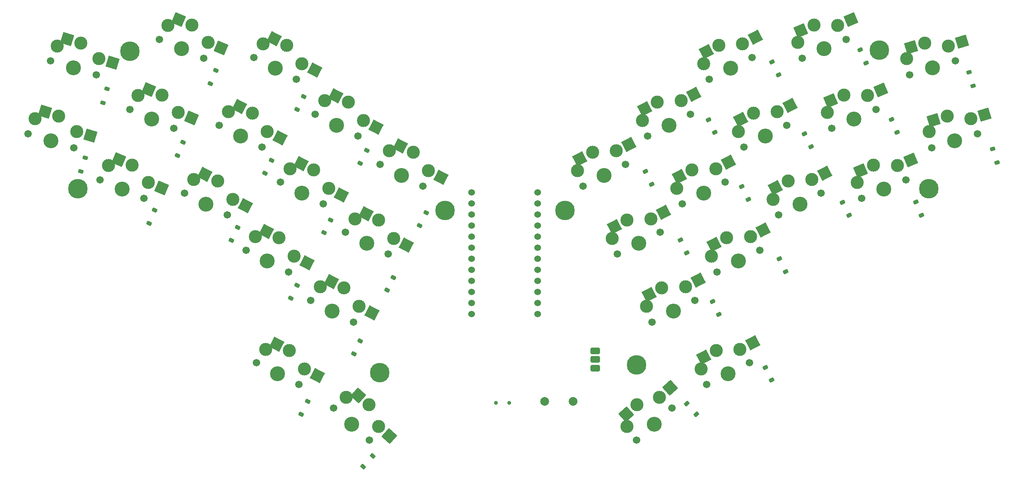
<source format=gbr>
%TF.GenerationSoftware,KiCad,Pcbnew,7.0.2*%
%TF.CreationDate,2023-05-29T21:35:39+02:00*%
%TF.ProjectId,Bolbol,426f6c62-6f6c-42e6-9b69-6361645f7063,rev?*%
%TF.SameCoordinates,Original*%
%TF.FileFunction,Soldermask,Bot*%
%TF.FilePolarity,Negative*%
%FSLAX46Y46*%
G04 Gerber Fmt 4.6, Leading zero omitted, Abs format (unit mm)*
G04 Created by KiCad (PCBNEW 7.0.2) date 2023-05-29 21:35:39*
%MOMM*%
%LPD*%
G01*
G04 APERTURE LIST*
G04 Aperture macros list*
%AMRoundRect*
0 Rectangle with rounded corners*
0 $1 Rounding radius*
0 $2 $3 $4 $5 $6 $7 $8 $9 X,Y pos of 4 corners*
0 Add a 4 corners polygon primitive as box body*
4,1,4,$2,$3,$4,$5,$6,$7,$8,$9,$2,$3,0*
0 Add four circle primitives for the rounded corners*
1,1,$1+$1,$2,$3*
1,1,$1+$1,$4,$5*
1,1,$1+$1,$6,$7*
1,1,$1+$1,$8,$9*
0 Add four rect primitives between the rounded corners*
20,1,$1+$1,$2,$3,$4,$5,0*
20,1,$1+$1,$4,$5,$6,$7,0*
20,1,$1+$1,$6,$7,$8,$9,0*
20,1,$1+$1,$8,$9,$2,$3,0*%
%AMRotRect*
0 Rectangle, with rotation*
0 The origin of the aperture is its center*
0 $1 length*
0 $2 width*
0 $3 Rotation angle, in degrees counterclockwise*
0 Add horizontal line*
21,1,$1,$2,0,0,$3*%
G04 Aperture macros list end*
%ADD10C,1.701800*%
%ADD11C,3.000000*%
%ADD12C,3.429000*%
%ADD13RotRect,2.600000X2.600000X333.000000*%
%ADD14C,4.500000*%
%ADD15RotRect,2.600000X2.600000X318.000000*%
%ADD16RotRect,2.600000X2.600000X23.000000*%
%ADD17RotRect,2.600000X2.600000X337.000000*%
%ADD18C,2.000000*%
%ADD19RotRect,2.600000X2.600000X17.000000*%
%ADD20RotRect,2.600000X2.600000X27.000000*%
%ADD21RotRect,2.600000X2.600000X42.000000*%
%ADD22RotRect,2.600000X2.600000X343.000000*%
%ADD23C,0.900000*%
%ADD24C,1.524000*%
%ADD25RoundRect,0.375000X0.750000X-0.375000X0.750000X0.375000X-0.750000X0.375000X-0.750000X-0.375000X0*%
%ADD26RoundRect,0.225000X0.257275X-0.353638X0.433104X0.060589X-0.257275X0.353638X-0.433104X-0.060589X0*%
%ADD27RoundRect,0.225000X0.231980X-0.370723X0.436275X0.030230X-0.231980X0.370723X-0.436275X-0.030230X0*%
%ADD28RoundRect,0.225000X0.292831X-0.324808X0.424398X0.105529X-0.292831X0.324808X-0.424398X-0.105529X0*%
%ADD29RoundRect,0.225000X0.436275X-0.030230X0.231980X0.370723X-0.436275X0.030230X-0.231980X-0.370723X0*%
%ADD30RoundRect,0.225000X0.424398X-0.105529X0.292831X0.324808X-0.424398X0.105529X-0.292831X-0.324808X0*%
%ADD31RoundRect,0.225000X0.433104X-0.060589X0.257275X0.353638X-0.433104X0.060589X-0.257275X-0.353638X0*%
%ADD32RoundRect,0.225000X0.429234X0.083716X0.128125X0.418132X-0.429234X-0.083716X-0.128125X-0.418132X0*%
%ADD33RoundRect,0.225000X0.128125X-0.418132X0.429234X-0.083716X-0.128125X0.418132X-0.429234X0.083716X0*%
G04 APERTURE END LIST*
D10*
%TO.C,SW9*%
X100238946Y-70088028D03*
D11*
X102386913Y-66973750D03*
X107840725Y-67283487D03*
D12*
X105139482Y-72584976D03*
D11*
X111296979Y-71513655D03*
D10*
X110040018Y-75081924D03*
D13*
X104922678Y-65796668D03*
X114215025Y-73000474D03*
%TD*%
D10*
%TO.C,SW35*%
X107188766Y-97197991D03*
D11*
X109336733Y-94083713D03*
X114790545Y-94393450D03*
D12*
X112089302Y-99694939D03*
D11*
X118246799Y-98623618D03*
D10*
X116989838Y-102191887D03*
D13*
X111872498Y-92906631D03*
X121164845Y-100110437D03*
%TD*%
D14*
%TO.C,H2*%
X122975646Y-113789862D03*
%TD*%
D10*
%TO.C,SW19*%
X112422531Y-121976233D03*
D11*
X115303343Y-119524006D03*
X120491155Y-121234739D03*
D12*
X116509828Y-125656451D03*
D11*
X122734791Y-126215312D03*
D10*
X120597125Y-129336669D03*
D15*
X118057355Y-119043336D03*
X125168591Y-128406714D03*
%TD*%
D10*
%TO.C,SW8*%
X108183779Y-54495415D03*
D11*
X110331746Y-51381137D03*
X115785558Y-51690874D03*
D12*
X113084315Y-56992363D03*
D11*
X119241812Y-55921042D03*
D10*
X117984851Y-59489311D03*
D13*
X112867511Y-50204055D03*
X122159858Y-57407861D03*
%TD*%
D10*
%TO.C,SW5*%
X94083607Y-41418805D03*
D11*
X96231574Y-38304527D03*
X101685386Y-38614264D03*
D12*
X98984143Y-43915753D03*
D11*
X105141640Y-42844432D03*
D10*
X103884679Y-46412701D03*
D13*
X98767339Y-37127445D03*
X108059686Y-44331251D03*
%TD*%
D14*
%TO.C,H2*%
X65673246Y-40002862D03*
%TD*%
D10*
%TO.C,SW29*%
X219889912Y-41595028D03*
D11*
X218884923Y-37947770D03*
X222627839Y-33969003D03*
D12*
X224952689Y-39446007D03*
D11*
X228089972Y-34040459D03*
D10*
X230015466Y-37296986D03*
D16*
X219613184Y-35248648D03*
X231104625Y-32760815D03*
%TD*%
D10*
%TO.C,SW13*%
X115133601Y-81605377D03*
D11*
X117281568Y-78491099D03*
X122735380Y-78800836D03*
D12*
X120034137Y-84102325D03*
D11*
X126191634Y-83031004D03*
D10*
X124934673Y-86599273D03*
D13*
X119817333Y-77314017D03*
X129109680Y-84517823D03*
%TD*%
D10*
%TO.C,SW12*%
X123078434Y-66012761D03*
D11*
X125226401Y-62898483D03*
X130680213Y-63208220D03*
D12*
X127978970Y-68509709D03*
D11*
X134136467Y-67438388D03*
D10*
X132879506Y-71006657D03*
D13*
X127762166Y-61721401D03*
X137054513Y-68925207D03*
%TD*%
D10*
%TO.C,SW6*%
X86138776Y-57011419D03*
D11*
X88286743Y-53897141D03*
X93740555Y-54206878D03*
D12*
X91039312Y-59508367D03*
D11*
X97196809Y-58437046D03*
D10*
X95939848Y-62005315D03*
D13*
X90822508Y-52720059D03*
X100114855Y-59923865D03*
%TD*%
D14*
%TO.C,H2*%
X248959646Y-71600462D03*
%TD*%
D10*
%TO.C,SW2*%
X72462425Y-37296988D03*
D11*
X74387919Y-34040461D03*
X79850052Y-33969005D03*
D12*
X77525202Y-39446009D03*
D11*
X83592968Y-37947772D03*
D10*
X82587979Y-41595030D03*
D17*
X76835398Y-32689360D03*
X86607621Y-39227417D03*
%TD*%
D18*
%TO.C,SW33*%
X160829868Y-120474480D03*
X167329868Y-120474480D03*
%TD*%
D10*
%TO.C,SW28*%
X249649817Y-62177004D03*
D11*
X249031576Y-58444677D03*
X253169881Y-54878947D03*
D12*
X254909493Y-60568960D03*
D11*
X258594623Y-55520960D03*
D10*
X260169169Y-58960916D03*
D19*
X250037982Y-55836464D03*
X261726521Y-54563442D03*
%TD*%
D10*
%TO.C,SW36*%
X185488053Y-102191887D03*
D11*
X184231092Y-98623618D03*
X187687346Y-94393450D03*
D12*
X190388589Y-99694939D03*
D11*
X193141158Y-94083713D03*
D10*
X195289125Y-97197991D03*
D20*
X184769298Y-95880270D03*
X196059204Y-92596894D03*
%TD*%
D10*
%TO.C,SW24*%
X198007782Y-116575802D03*
D11*
X196750821Y-113007533D03*
X200207075Y-108777365D03*
D12*
X202908318Y-114078854D03*
D11*
X205660887Y-108467628D03*
D10*
X207808854Y-111581906D03*
D20*
X197289027Y-110264185D03*
X208578933Y-106980809D03*
%TD*%
D10*
%TO.C,SW4*%
X58786838Y-69514658D03*
D11*
X60712332Y-66258131D03*
X66174465Y-66186675D03*
D12*
X63849615Y-71663679D03*
D11*
X69917381Y-70165442D03*
D10*
X68912392Y-73812700D03*
D17*
X63159811Y-64907030D03*
X72932034Y-71445087D03*
%TD*%
D10*
%TO.C,SW20*%
X181880766Y-129336668D03*
D11*
X179743100Y-126215311D03*
X181986736Y-121234738D03*
D12*
X185968063Y-125656450D03*
D11*
X187174548Y-119524005D03*
D10*
X190055360Y-121976232D03*
D21*
X179552936Y-123426142D03*
X189608347Y-117332602D03*
%TD*%
D10*
%TO.C,SW11*%
X47425226Y-42225581D03*
D11*
X48999772Y-38785625D03*
X54424514Y-38143612D03*
D12*
X52684902Y-43833625D03*
D11*
X58562819Y-41709342D03*
D10*
X57944578Y-45441669D03*
D22*
X51292615Y-37186094D03*
X61694717Y-42666859D03*
%TD*%
D10*
%TO.C,SW25*%
X198593211Y-46412702D03*
D11*
X197336250Y-42844433D03*
X200792504Y-38614265D03*
D12*
X203493747Y-43915754D03*
D11*
X206246316Y-38304528D03*
D10*
X208394283Y-41418806D03*
D20*
X197874456Y-40101085D03*
X209164362Y-36817709D03*
%TD*%
D23*
%TO.C,SW34*%
X149695046Y-120731462D03*
X152695046Y-120731462D03*
%TD*%
D10*
%TO.C,SW23*%
X200382708Y-90674540D03*
D11*
X199125747Y-87106271D03*
X202582001Y-82876103D03*
D12*
X205283244Y-88177592D03*
D11*
X208035813Y-82566366D03*
D10*
X210183780Y-85680644D03*
D20*
X199663953Y-84362923D03*
X210953859Y-81079547D03*
%TD*%
D14*
%TO.C,H2*%
X53709846Y-71549662D03*
%TD*%
D10*
%TO.C,SW3*%
X65624631Y-53405822D03*
D11*
X67550125Y-50149295D03*
X73012258Y-50077839D03*
D12*
X70687408Y-55554843D03*
D11*
X76755174Y-54056606D03*
D10*
X75750185Y-57703864D03*
D17*
X69997604Y-48798194D03*
X79769827Y-55336251D03*
%TD*%
D10*
%TO.C,SW30*%
X226727705Y-57703865D03*
D11*
X225722716Y-54056607D03*
X229465632Y-50077840D03*
D12*
X231790482Y-55554844D03*
D11*
X234927765Y-50149296D03*
D10*
X236853259Y-53405823D03*
D16*
X226450977Y-51357485D03*
X237942418Y-48869652D03*
%TD*%
D10*
%TO.C,SW27*%
X214482877Y-77597931D03*
D11*
X213225916Y-74029662D03*
X216682170Y-69799494D03*
D12*
X219383413Y-75100983D03*
D11*
X222135982Y-69489757D03*
D10*
X224283949Y-72604035D03*
D20*
X213764122Y-71286314D03*
X225054028Y-68002938D03*
%TD*%
D10*
%TO.C,SW14*%
X42308723Y-58960915D03*
D11*
X43883269Y-55520959D03*
X49308011Y-54878946D03*
D12*
X47568399Y-60568959D03*
D11*
X53446316Y-58444676D03*
D10*
X52828075Y-62177003D03*
D22*
X46176112Y-53921428D03*
X56578214Y-59402193D03*
%TD*%
D24*
%TO.C,U1*%
X159245269Y-72468479D03*
X159245269Y-75008479D03*
X159245269Y-77548479D03*
X159245269Y-80088479D03*
X159245269Y-82628479D03*
X159245269Y-85168479D03*
X159245269Y-87708479D03*
X159245269Y-90248479D03*
X159245269Y-92788479D03*
X159245269Y-95328479D03*
X159245269Y-97868479D03*
X159245269Y-100408479D03*
X144025269Y-100408479D03*
X144025269Y-97868479D03*
X144025269Y-95328479D03*
X144025269Y-92788479D03*
X144025269Y-90248479D03*
X144025269Y-87708479D03*
X144025269Y-85168479D03*
X144025269Y-82628479D03*
X144025269Y-80088479D03*
X144025269Y-77548479D03*
X144025269Y-75008479D03*
X144025269Y-72468479D03*
%TD*%
D10*
%TO.C,SW15*%
X94669036Y-111581903D03*
D11*
X96817003Y-108467625D03*
X102270815Y-108777362D03*
D12*
X99569572Y-114078851D03*
D11*
X105727069Y-113007530D03*
D10*
X104470108Y-116575799D03*
D13*
X99352768Y-107290543D03*
X108645115Y-114494349D03*
%TD*%
D14*
%TO.C,H2*%
X181929046Y-112088062D03*
%TD*%
D10*
%TO.C,SW26*%
X206538042Y-62005315D03*
D11*
X205281081Y-58437046D03*
X208737335Y-54206878D03*
D12*
X211438578Y-59508367D03*
D11*
X214191147Y-53897141D03*
D10*
X216339114Y-57011419D03*
D20*
X205819287Y-55693698D03*
X217109193Y-52410322D03*
%TD*%
D14*
%TO.C,*%
X165520646Y-76553462D03*
%TD*%
%TO.C,*%
X137987046Y-76553462D03*
%TD*%
D10*
%TO.C,SW32*%
X244533311Y-45441668D03*
D11*
X243915070Y-41709341D03*
X248053375Y-38143611D03*
D12*
X249792987Y-43833624D03*
D11*
X253478117Y-38785624D03*
D10*
X255052663Y-42225580D03*
D19*
X244921476Y-39101128D03*
X256610015Y-37828106D03*
%TD*%
D10*
%TO.C,SW7*%
X78193940Y-72604034D03*
D11*
X80341907Y-69489756D03*
X85795719Y-69799493D03*
D12*
X83094476Y-75100982D03*
D11*
X89251973Y-74029661D03*
D10*
X87995012Y-77597930D03*
D13*
X82877672Y-68312674D03*
X92170019Y-75516480D03*
%TD*%
D14*
%TO.C,H2*%
X237631246Y-39774262D03*
%TD*%
D10*
%TO.C,SW17*%
X169598384Y-71006657D03*
D11*
X168341423Y-67438388D03*
X171797677Y-63208220D03*
D12*
X174498920Y-68509709D03*
D11*
X177251489Y-62898483D03*
D10*
X179399456Y-66012761D03*
D20*
X168879629Y-64695040D03*
X180169535Y-61411664D03*
%TD*%
D10*
%TO.C,SW31*%
X233565500Y-73812700D03*
D11*
X232560511Y-70165442D03*
X236303427Y-66186675D03*
D12*
X238628277Y-71663679D03*
D11*
X241765560Y-66258131D03*
D10*
X243691054Y-69514658D03*
D16*
X233288772Y-67466320D03*
X244780213Y-64978487D03*
%TD*%
D10*
%TO.C,SW10*%
X92294112Y-85680643D03*
D11*
X94442079Y-82566365D03*
X99895891Y-82876102D03*
D12*
X97194648Y-88177591D03*
D11*
X103352145Y-87106270D03*
D10*
X102095184Y-90674539D03*
D13*
X96977844Y-81389283D03*
X106270191Y-88593089D03*
%TD*%
D25*
%TO.C,PAD1*%
X172461870Y-108822480D03*
X172461870Y-110822480D03*
X172461870Y-112822480D03*
%TD*%
D10*
%TO.C,SW22*%
X192437874Y-75081925D03*
D11*
X191180913Y-71513656D03*
X194637167Y-67283488D03*
D12*
X197338410Y-72584977D03*
D11*
X200090979Y-66973751D03*
D10*
X202238946Y-70088029D03*
D20*
X191719119Y-68770308D03*
X203009025Y-65486932D03*
%TD*%
D10*
%TO.C,SW18*%
X177543219Y-86599270D03*
D11*
X176286258Y-83031001D03*
X179742512Y-78800833D03*
D12*
X182443755Y-84102322D03*
D11*
X185196324Y-78491096D03*
D10*
X187344291Y-81605374D03*
D20*
X176824464Y-80287653D03*
X188114370Y-77004277D03*
%TD*%
D10*
%TO.C,SW21*%
X184493039Y-59489308D03*
D11*
X183236078Y-55921039D03*
X186692332Y-51690871D03*
D12*
X189393575Y-56992360D03*
D11*
X192146144Y-51381134D03*
D10*
X194294111Y-54495412D03*
D20*
X183774284Y-53177691D03*
X195064190Y-49894315D03*
%TD*%
D26*
%TO.C,D1*%
X84099810Y-47416774D03*
X85389222Y-44379108D03*
%TD*%
D27*
%TO.C,D6*%
X96644631Y-68043702D03*
X98142799Y-65103380D03*
%TD*%
D28*
%TO.C,D4*%
X59446304Y-51819245D03*
X60411130Y-48663439D03*
%TD*%
D29*
%TO.C,D22*%
X207566000Y-74038102D03*
X206067832Y-71097780D03*
%TD*%
%TO.C,D25*%
X214500201Y-45386904D03*
X213002033Y-42446582D03*
%TD*%
D30*
%TO.C,D32*%
X259166129Y-47958444D03*
X258201303Y-44802638D03*
%TD*%
D26*
%TO.C,D2*%
X76606810Y-63926773D03*
X77896222Y-60889107D03*
%TD*%
D29*
%TO.C,D24*%
X212937883Y-115564063D03*
X211439715Y-112623741D03*
%TD*%
D31*
%TO.C,D29*%
X234538022Y-42692375D03*
X233248610Y-39654709D03*
%TD*%
D27*
%TO.C,D15*%
X117040832Y-109521901D03*
X118539000Y-106581579D03*
%TD*%
%TO.C,D14*%
X124660833Y-94891502D03*
X126159001Y-91951180D03*
%TD*%
D29*
%TO.C,D19*%
X200809600Y-100454101D03*
X199311432Y-97513779D03*
%TD*%
%TO.C,D27*%
X230680000Y-77670302D03*
X229181832Y-74729980D03*
%TD*%
D27*
%TO.C,D13*%
X132153832Y-80007104D03*
X133652000Y-77066782D03*
%TD*%
D29*
%TO.C,D23*%
X216151200Y-90624301D03*
X214653032Y-87683979D03*
%TD*%
D31*
%TO.C,D30*%
X241675423Y-58668973D03*
X240386011Y-55631307D03*
%TD*%
D27*
%TO.C,D7*%
X88910548Y-83433064D03*
X90408716Y-80492742D03*
%TD*%
D30*
%TO.C,D28*%
X264601729Y-65560645D03*
X263636903Y-62404839D03*
%TD*%
D32*
%TO.C,D20*%
X195627383Y-123425729D03*
X193419251Y-120973351D03*
%TD*%
D27*
%TO.C,D9*%
X118488633Y-65706903D03*
X119986801Y-62766581D03*
%TD*%
D26*
%TO.C,D3*%
X70079011Y-79522376D03*
X71368423Y-76484710D03*
%TD*%
D33*
%TO.C,D16*%
X119188585Y-135446920D03*
X121396717Y-132994542D03*
%TD*%
D29*
%TO.C,D17*%
X185417201Y-70558301D03*
X183919033Y-67617979D03*
%TD*%
D28*
%TO.C,D8*%
X54417100Y-67592644D03*
X55381926Y-64436838D03*
%TD*%
D29*
%TO.C,D26*%
X221967800Y-61896902D03*
X220469632Y-58956580D03*
%TD*%
D27*
%TO.C,D10*%
X110208232Y-81683503D03*
X111706400Y-78743181D03*
%TD*%
%TO.C,D12*%
X104975831Y-123365903D03*
X106473999Y-120425581D03*
%TD*%
D29*
%TO.C,D21*%
X199882284Y-58668064D03*
X198384116Y-55727742D03*
%TD*%
%TO.C,D18*%
X193469002Y-86306301D03*
X191970834Y-83365979D03*
%TD*%
D27*
%TO.C,D5*%
X104010631Y-53337102D03*
X105508799Y-50396780D03*
%TD*%
D31*
%TO.C,D31*%
X247267552Y-77691295D03*
X245978140Y-74653629D03*
%TD*%
D27*
%TO.C,D11*%
X102549916Y-96697942D03*
X104048084Y-93757620D03*
%TD*%
M02*

</source>
